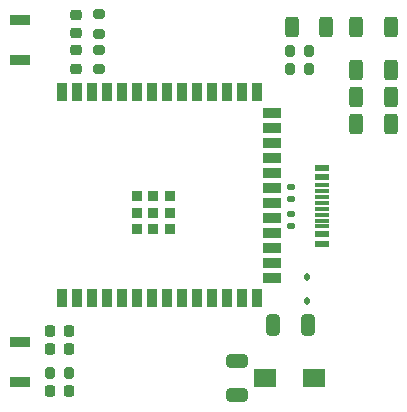
<source format=gbr>
%TF.GenerationSoftware,KiCad,Pcbnew,8.0.0*%
%TF.CreationDate,2024-03-16T23:45:48+01:00*%
%TF.ProjectId,tcs_controller,7463735f-636f-46e7-9472-6f6c6c65722e,1.0*%
%TF.SameCoordinates,Original*%
%TF.FileFunction,Paste,Top*%
%TF.FilePolarity,Positive*%
%FSLAX46Y46*%
G04 Gerber Fmt 4.6, Leading zero omitted, Abs format (unit mm)*
G04 Created by KiCad (PCBNEW 8.0.0) date 2024-03-16 23:45:48*
%MOMM*%
%LPD*%
G01*
G04 APERTURE LIST*
G04 Aperture macros list*
%AMRoundRect*
0 Rectangle with rounded corners*
0 $1 Rounding radius*
0 $2 $3 $4 $5 $6 $7 $8 $9 X,Y pos of 4 corners*
0 Add a 4 corners polygon primitive as box body*
4,1,4,$2,$3,$4,$5,$6,$7,$8,$9,$2,$3,0*
0 Add four circle primitives for the rounded corners*
1,1,$1+$1,$2,$3*
1,1,$1+$1,$4,$5*
1,1,$1+$1,$6,$7*
1,1,$1+$1,$8,$9*
0 Add four rect primitives between the rounded corners*
20,1,$1+$1,$2,$3,$4,$5,0*
20,1,$1+$1,$4,$5,$6,$7,0*
20,1,$1+$1,$6,$7,$8,$9,0*
20,1,$1+$1,$8,$9,$2,$3,0*%
G04 Aperture macros list end*
%ADD10RoundRect,0.200000X-0.200000X-0.275000X0.200000X-0.275000X0.200000X0.275000X-0.200000X0.275000X0*%
%ADD11RoundRect,0.200000X0.275000X-0.200000X0.275000X0.200000X-0.275000X0.200000X-0.275000X-0.200000X0*%
%ADD12RoundRect,0.200000X-0.275000X0.200000X-0.275000X-0.200000X0.275000X-0.200000X0.275000X0.200000X0*%
%ADD13RoundRect,0.218750X0.256250X-0.218750X0.256250X0.218750X-0.256250X0.218750X-0.256250X-0.218750X0*%
%ADD14RoundRect,0.218750X-0.256250X0.218750X-0.256250X-0.218750X0.256250X-0.218750X0.256250X0.218750X0*%
%ADD15R,1.900000X1.500000*%
%ADD16R,1.160000X0.600000*%
%ADD17R,1.160000X0.300000*%
%ADD18RoundRect,0.250000X0.312500X0.625000X-0.312500X0.625000X-0.312500X-0.625000X0.312500X-0.625000X0*%
%ADD19RoundRect,0.135000X-0.185000X0.135000X-0.185000X-0.135000X0.185000X-0.135000X0.185000X0.135000X0*%
%ADD20RoundRect,0.200000X0.200000X0.275000X-0.200000X0.275000X-0.200000X-0.275000X0.200000X-0.275000X0*%
%ADD21RoundRect,0.225000X-0.225000X-0.250000X0.225000X-0.250000X0.225000X0.250000X-0.225000X0.250000X0*%
%ADD22RoundRect,0.250000X0.325000X0.650000X-0.325000X0.650000X-0.325000X-0.650000X0.325000X-0.650000X0*%
%ADD23RoundRect,0.250000X0.650000X-0.325000X0.650000X0.325000X-0.650000X0.325000X-0.650000X-0.325000X0*%
%ADD24R,1.700000X0.900000*%
%ADD25RoundRect,0.112500X0.112500X-0.187500X0.112500X0.187500X-0.112500X0.187500X-0.112500X-0.187500X0*%
%ADD26R,0.900000X0.900000*%
%ADD27R,0.900000X1.500000*%
%ADD28R,1.500000X0.900000*%
%ADD29RoundRect,0.225000X0.225000X0.250000X-0.225000X0.250000X-0.225000X-0.250000X0.225000X-0.250000X0*%
G04 APERTURE END LIST*
D10*
%TO.C,R11*%
X154100000Y-90200000D03*
X155750000Y-90200000D03*
%TD*%
D11*
%TO.C,R3*%
X138000000Y-91745000D03*
X138000000Y-90095000D03*
%TD*%
D12*
%TO.C,R2*%
X138000000Y-87100000D03*
X138000000Y-88750000D03*
%TD*%
D13*
%TO.C,D2*%
X136000000Y-90112500D03*
X136000000Y-91687500D03*
%TD*%
D14*
%TO.C,D1*%
X136000000Y-87125000D03*
X136000000Y-88700000D03*
%TD*%
D15*
%TO.C,L1*%
X156150000Y-117860000D03*
X152050000Y-117860000D03*
%TD*%
D16*
%TO.C,J5*%
X156825000Y-106507500D03*
X156825000Y-105707500D03*
D17*
X156825000Y-104557500D03*
X156825000Y-103557500D03*
X156825000Y-103057500D03*
X156825000Y-102057500D03*
D16*
X156825000Y-100907500D03*
X156825000Y-100107500D03*
X156825000Y-100107500D03*
X156825000Y-100907500D03*
D17*
X156825000Y-101557500D03*
X156825000Y-102557500D03*
X156825000Y-104057500D03*
X156825000Y-105057500D03*
D16*
X156825000Y-105707500D03*
X156825000Y-106507500D03*
%TD*%
D18*
%TO.C,R6*%
X162662500Y-94100000D03*
X159737500Y-94100000D03*
%TD*%
D19*
%TO.C,R10*%
X154200000Y-101690000D03*
X154200000Y-102710000D03*
%TD*%
D20*
%TO.C,R1*%
X135450000Y-117500000D03*
X133800000Y-117500000D03*
%TD*%
D18*
%TO.C,R12*%
X162662500Y-91800000D03*
X159737500Y-91800000D03*
%TD*%
%TO.C,R7*%
X162662500Y-88200000D03*
X159737500Y-88200000D03*
%TD*%
D19*
%TO.C,R9*%
X154200000Y-103962200D03*
X154200000Y-104982200D03*
%TD*%
D21*
%TO.C,C1*%
X133850000Y-119000000D03*
X135400000Y-119000000D03*
%TD*%
D22*
%TO.C,C4*%
X155676600Y-113411000D03*
X152726600Y-113411000D03*
%TD*%
D18*
%TO.C,R4*%
X162662500Y-96400000D03*
X159737500Y-96400000D03*
%TD*%
D23*
%TO.C,C5*%
X149631400Y-119358200D03*
X149631400Y-116408200D03*
%TD*%
D24*
%TO.C,SW2*%
X131250000Y-91000000D03*
X131250000Y-87600000D03*
%TD*%
%TO.C,SW1*%
X131250000Y-118200000D03*
X131250000Y-114800000D03*
%TD*%
D25*
%TO.C,D3*%
X155600000Y-111400000D03*
X155600000Y-109300000D03*
%TD*%
D26*
%TO.C,U1*%
X141160000Y-105300000D03*
X142560000Y-105300000D03*
X143960000Y-105300000D03*
X141160000Y-103900000D03*
X142560000Y-103900000D03*
X143960000Y-103900000D03*
X141160000Y-102500000D03*
X142560000Y-102500000D03*
X143960000Y-102500000D03*
D27*
X134840000Y-111150000D03*
X136110000Y-111150000D03*
X137380000Y-111150000D03*
X138650000Y-111150000D03*
X139920000Y-111150000D03*
X141190000Y-111150000D03*
X142460000Y-111150000D03*
X143730000Y-111150000D03*
X145000000Y-111150000D03*
X146270000Y-111150000D03*
X147540000Y-111150000D03*
X148810000Y-111150000D03*
X150080000Y-111150000D03*
X151350000Y-111150000D03*
D28*
X152600000Y-109385000D03*
X152600000Y-108115000D03*
X152600000Y-106845000D03*
X152600000Y-105575000D03*
X152600000Y-104305000D03*
X152600000Y-103035000D03*
X152600000Y-101765000D03*
X152600000Y-100495000D03*
X152600000Y-99225000D03*
X152600000Y-97955000D03*
X152600000Y-96685000D03*
X152600000Y-95415000D03*
D27*
X151350000Y-93650000D03*
X150080000Y-93650000D03*
X148810000Y-93650000D03*
X147540000Y-93650000D03*
X146270000Y-93650000D03*
X145000000Y-93650000D03*
X143730000Y-93650000D03*
X142460000Y-93650000D03*
X141190000Y-93650000D03*
X139920000Y-93650000D03*
X138650000Y-93650000D03*
X137380000Y-93650000D03*
X136110000Y-93650000D03*
X134840000Y-93650000D03*
%TD*%
D29*
%TO.C,C2*%
X135400000Y-115400000D03*
X133850000Y-115400000D03*
%TD*%
D10*
%TO.C,R5*%
X154100000Y-91700000D03*
X155750000Y-91700000D03*
%TD*%
D18*
%TO.C,R8*%
X157200000Y-88200000D03*
X154275000Y-88200000D03*
%TD*%
D21*
%TO.C,C3*%
X133850000Y-113900000D03*
X135400000Y-113900000D03*
%TD*%
M02*

</source>
